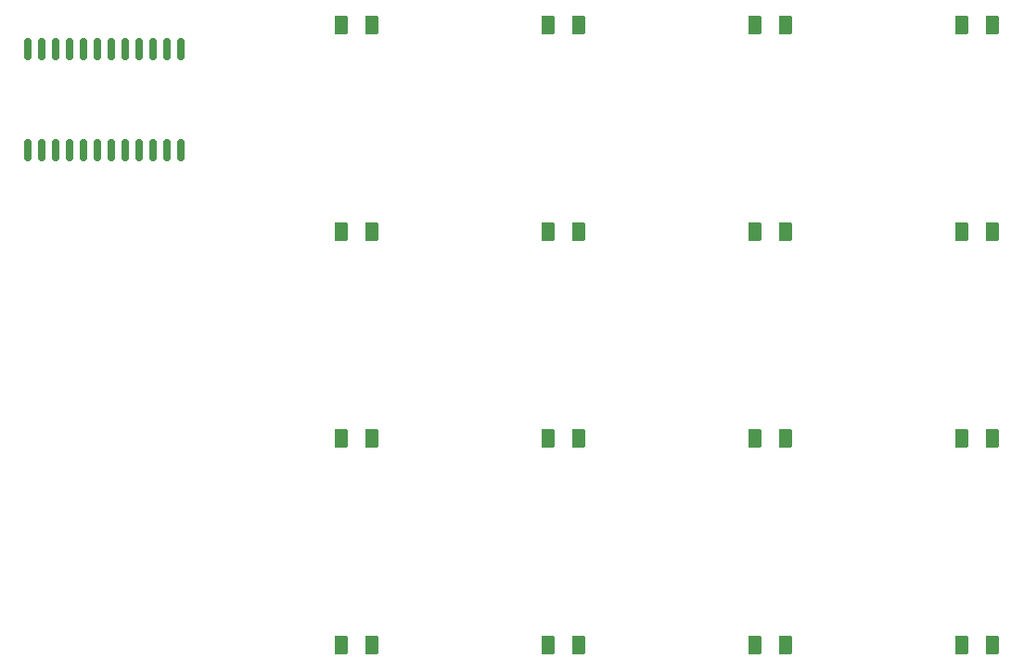
<source format=gbr>
%TF.GenerationSoftware,KiCad,Pcbnew,7.0.9*%
%TF.CreationDate,2024-05-12T14:32:29+05:30*%
%TF.ProjectId,Analog_Macropad,416e616c-6f67-45f4-9d61-63726f706164,rev?*%
%TF.SameCoordinates,Original*%
%TF.FileFunction,Paste,Top*%
%TF.FilePolarity,Positive*%
%FSLAX46Y46*%
G04 Gerber Fmt 4.6, Leading zero omitted, Abs format (unit mm)*
G04 Created by KiCad (PCBNEW 7.0.9) date 2024-05-12 14:32:29*
%MOMM*%
%LPD*%
G01*
G04 APERTURE LIST*
G04 Aperture macros list*
%AMRoundRect*
0 Rectangle with rounded corners*
0 $1 Rounding radius*
0 $2 $3 $4 $5 $6 $7 $8 $9 X,Y pos of 4 corners*
0 Add a 4 corners polygon primitive as box body*
4,1,4,$2,$3,$4,$5,$6,$7,$8,$9,$2,$3,0*
0 Add four circle primitives for the rounded corners*
1,1,$1+$1,$2,$3*
1,1,$1+$1,$4,$5*
1,1,$1+$1,$6,$7*
1,1,$1+$1,$8,$9*
0 Add four rect primitives between the rounded corners*
20,1,$1+$1,$2,$3,$4,$5,0*
20,1,$1+$1,$4,$5,$6,$7,0*
20,1,$1+$1,$6,$7,$8,$9,0*
20,1,$1+$1,$8,$9,$2,$3,0*%
G04 Aperture macros list end*
%ADD10RoundRect,0.250000X-0.375000X-0.625000X0.375000X-0.625000X0.375000X0.625000X-0.375000X0.625000X0*%
%ADD11RoundRect,0.150000X-0.150000X0.875000X-0.150000X-0.875000X0.150000X-0.875000X0.150000X0.875000X0*%
G04 APERTURE END LIST*
D10*
%TO.C,D13*%
X114120000Y-121240000D03*
X116920000Y-121240000D03*
%TD*%
%TO.C,D11*%
X76340000Y-102360000D03*
X79140000Y-102360000D03*
%TD*%
%TO.C,D9*%
X114120000Y-102360000D03*
X116920000Y-102360000D03*
%TD*%
%TO.C,D2*%
X76340000Y-64600000D03*
X79140000Y-64600000D03*
%TD*%
%TO.C,D7*%
X98020000Y-83480000D03*
X95220000Y-83480000D03*
%TD*%
%TO.C,D14*%
X98020000Y-121240000D03*
X95220000Y-121240000D03*
%TD*%
%TO.C,D12*%
X57480000Y-102360000D03*
X60280000Y-102360000D03*
%TD*%
%TO.C,D3*%
X95220000Y-64600000D03*
X98020000Y-64600000D03*
%TD*%
%TO.C,D10*%
X95240000Y-102360000D03*
X98040000Y-102360000D03*
%TD*%
%TO.C,D6*%
X79140000Y-83480000D03*
X76340000Y-83480000D03*
%TD*%
%TO.C,D15*%
X76340000Y-121240000D03*
X79140000Y-121240000D03*
%TD*%
%TO.C,D4*%
X114100000Y-64600000D03*
X116900000Y-64600000D03*
%TD*%
%TO.C,D5*%
X57460000Y-83480000D03*
X60260000Y-83480000D03*
%TD*%
%TO.C,D16*%
X57460000Y-121240000D03*
X60260000Y-121240000D03*
%TD*%
D11*
%TO.C,U1*%
X42805000Y-66730000D03*
X41535000Y-66730000D03*
X40265000Y-66730000D03*
X38995000Y-66730000D03*
X37725000Y-66730000D03*
X36455000Y-66730000D03*
X35185000Y-66730000D03*
X33915000Y-66730000D03*
X32645000Y-66730000D03*
X31375000Y-66730000D03*
X30105000Y-66730000D03*
X28835000Y-66730000D03*
X28835000Y-76030000D03*
X30105000Y-76030000D03*
X31375000Y-76030000D03*
X32645000Y-76030000D03*
X33915000Y-76030000D03*
X35185000Y-76030000D03*
X36455000Y-76030000D03*
X37725000Y-76030000D03*
X38995000Y-76030000D03*
X40265000Y-76030000D03*
X41535000Y-76030000D03*
X42805000Y-76030000D03*
%TD*%
D10*
%TO.C,D1*%
X57460000Y-64600000D03*
X60260000Y-64600000D03*
%TD*%
%TO.C,D8*%
X114100000Y-83480000D03*
X116900000Y-83480000D03*
%TD*%
M02*

</source>
